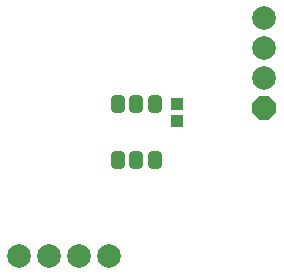
<source format=gts>
G04 Layer_Color=8388736*
%FSLAX44Y44*%
%MOMM*%
G71*
G01*
G75*
%ADD16R,1.0532X1.0532*%
G04:AMPARAMS|DCode=17|XSize=1.5032mm|YSize=1.2032mm|CornerRadius=0.3516mm|HoleSize=0mm|Usage=FLASHONLY|Rotation=90.000|XOffset=0mm|YOffset=0mm|HoleType=Round|Shape=RoundedRectangle|*
%AMROUNDEDRECTD17*
21,1,1.5032,0.5000,0,0,90.0*
21,1,0.8000,1.2032,0,0,90.0*
1,1,0.7032,0.2500,0.4000*
1,1,0.7032,0.2500,-0.4000*
1,1,0.7032,-0.2500,-0.4000*
1,1,0.7032,-0.2500,0.4000*
%
%ADD17ROUNDEDRECTD17*%
%ADD18P,2.1683X8X112.5*%
%ADD19C,2.0032*%
D16*
X166000Y154250D02*
D03*
Y168250D02*
D03*
D17*
X115750Y121250D02*
D03*
X131500D02*
D03*
X147250D02*
D03*
Y168250D02*
D03*
X131500D02*
D03*
X115750D02*
D03*
D18*
X240000Y164600D02*
D03*
D19*
Y190000D02*
D03*
Y215400D02*
D03*
Y240800D02*
D03*
X108100Y40000D02*
D03*
X31900D02*
D03*
X57300D02*
D03*
X82700D02*
D03*
M02*

</source>
